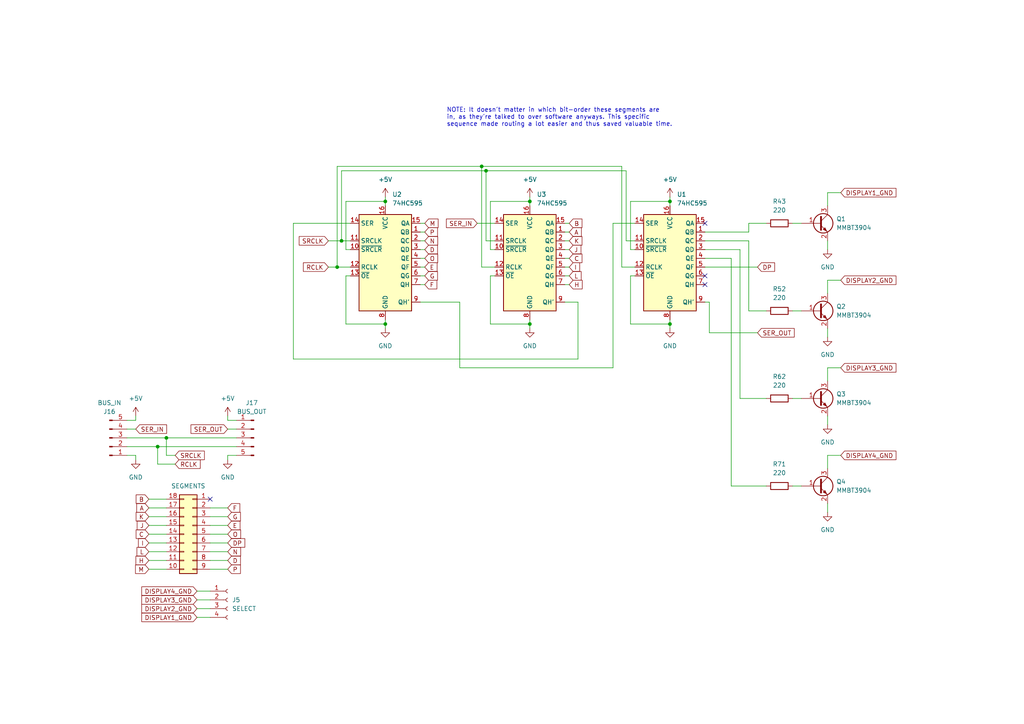
<source format=kicad_sch>
(kicad_sch (version 20230121) (generator eeschema)
  (paper "A4")
  (lib_symbols
    (symbol "74xx:74HC595"
      (property "Reference" "U" (at -7.62 13.97 0))
      (property "Value" "74HC595" (at -7.62 -16.51 0))
      (symbol "74HC595_1_0"
        (pin tri_state line (at 10.16 7.62 180) (length 2.54) (name "QB") (number "1"))
        (pin input line (at -10.16 2.54 0) (length 2.54) (name "~{SRCLR}") (number "10"))
        (pin input line (at -10.16 5.08 0) (length 2.54) (name "SRCLK") (number "11"))
        (pin input line (at -10.16 -2.54 0) (length 2.54) (name "RCLK") (number "12"))
        (pin input line (at -10.16 -5.08 0) (length 2.54) (name "~{OE}") (number "13"))
        (pin input line (at -10.16 10.16 0) (length 2.54) (name "SER") (number "14"))
        (pin tri_state line (at 10.16 10.16 180) (length 2.54) (name "QA") (number "15"))
        (pin power_in line (at 0 15.24 270) (length 2.54) (name "VCC") (number "16"))
        (pin tri_state line (at 10.16 5.08 180) (length 2.54) (name "QC") (number "2"))
        (pin tri_state line (at 10.16 2.54 180) (length 2.54) (name "QD") (number "3"))
        (pin tri_state line (at 10.16 0 180) (length 2.54) (name "QE") (number "4"))
        (pin tri_state line (at 10.16 -2.54 180) (length 2.54) (name "QF") (number "5"))
        (pin tri_state line (at 10.16 -5.08 180) (length 2.54) (name "QG") (number "6"))
        (pin tri_state line (at 10.16 -7.62 180) (length 2.54) (name "QH") (number "7"))
        (pin power_in line (at 0 -17.78 90) (length 2.54) (name "GND") (number "8"))
        (pin output line (at 10.16 -12.7 180) (length 2.54) (name "QH'") (number "9"))
      )
      (symbol "74HC595_1_1"
        (rectangle (start -7.62 12.7) (end 7.62 -15.24) (stroke (width 0.254)) (fill (type background)))
      )
    )
    (symbol "Connector:Conn_01x04_Socket" (pin_names (offset 1.016) hide)
      (property "Reference" "J" (at 0 5.08 0))
      (property "Value" "Conn_01x04_Socket" (at 0 -7.62 0))
      (symbol "Conn_01x04_Socket_1_1"
        (arc (start 0 -4.572) (mid -0.5058 -5.08) (end 0 -5.588) (stroke (width 0.1524)))
        (arc (start 0 -2.032) (mid -0.5058 -2.54) (end 0 -3.048) (stroke (width 0.1524)))
        (polyline (pts (xy -1.27 -5.08) (xy -0.508 -5.08)) (stroke (width 0.1524)))
        (polyline (pts (xy -1.27 -2.54) (xy -0.508 -2.54)) (stroke (width 0.1524)))
        (polyline (pts (xy -1.27 0) (xy -0.508 0)) (stroke (width 0.1524)))
        (polyline (pts (xy -1.27 2.54) (xy -0.508 2.54)) (stroke (width 0.1524)))
        (arc (start 0 0.508) (mid -0.5058 0) (end 0 -0.508) (stroke (width 0.1524)))
        (arc (start 0 3.048) (mid -0.5058 2.54) (end 0 2.032) (stroke (width 0.1524)))
        (pin passive line (at -5.08 2.54 0) (length 3.81) (name "Pin_1") (number "1"))
        (pin passive line (at -5.08 0 0) (length 3.81) (name "Pin_2") (number "2"))
        (pin passive line (at -5.08 -2.54 0) (length 3.81) (name "Pin_3") (number "3"))
        (pin passive line (at -5.08 -5.08 0) (length 3.81) (name "Pin_4") (number "4"))
      )
    )
    (symbol "Connector:Conn_01x05_Pin" (pin_names (offset 1.016) hide)
      (property "Reference" "J" (at 0 7.62 0))
      (property "Value" "Conn_01x05_Pin" (at 0 -7.62 0))
      (symbol "Conn_01x05_Pin_1_1"
        (polyline (pts (xy 1.27 -5.08) (xy 0.8636 -5.08)) (stroke (width 0.1524)))
        (polyline (pts (xy 1.27 -2.54) (xy 0.8636 -2.54)) (stroke (width 0.1524)))
        (polyline (pts (xy 1.27 0) (xy 0.8636 0)) (stroke (width 0.1524)))
        (polyline (pts (xy 1.27 2.54) (xy 0.8636 2.54)) (stroke (width 0.1524)))
        (polyline (pts (xy 1.27 5.08) (xy 0.8636 5.08)) (stroke (width 0.1524)))
        (rectangle (start 0.8636 -4.953) (end 0 -5.207) (stroke (width 0.1524)) (fill (type outline)))
        (rectangle (start 0.8636 -2.413) (end 0 -2.667) (stroke (width 0.1524)) (fill (type outline)))
        (rectangle (start 0.8636 0.127) (end 0 -0.127) (stroke (width 0.1524)) (fill (type outline)))
        (rectangle (start 0.8636 2.667) (end 0 2.413) (stroke (width 0.1524)) (fill (type outline)))
        (rectangle (start 0.8636 5.207) (end 0 4.953) (stroke (width 0.1524)) (fill (type outline)))
        (pin passive line (at 5.08 5.08 180) (length 3.81) (name "Pin_1") (number "1"))
        (pin passive line (at 5.08 2.54 180) (length 3.81) (name "Pin_2") (number "2"))
        (pin passive line (at 5.08 0 180) (length 3.81) (name "Pin_3") (number "3"))
        (pin passive line (at 5.08 -2.54 180) (length 3.81) (name "Pin_4") (number "4"))
        (pin passive line (at 5.08 -5.08 180) (length 3.81) (name "Pin_5") (number "5"))
      )
    )
    (symbol "Connector_Generic:Conn_02x09_Counter_Clockwise" (pin_names (offset 1.016) hide)
      (property "Reference" "J" (at 1.27 12.7 0))
      (property "Value" "Conn_02x09_Counter_Clockwise" (at 1.27 -12.7 0))
      (symbol "Conn_02x09_Counter_Clockwise_1_1"
        (rectangle (start -1.27 -10.033) (end 0 -10.287) (stroke (width 0.1524)))
        (rectangle (start -1.27 -7.493) (end 0 -7.747) (stroke (width 0.1524)))
        (rectangle (start -1.27 -4.953) (end 0 -5.207) (stroke (width 0.1524)))
        (rectangle (start -1.27 -2.413) (end 0 -2.667) (stroke (width 0.1524)))
        (rectangle (start -1.27 0.127) (end 0 -0.127) (stroke (width 0.1524)))
        (rectangle (start -1.27 2.667) (end 0 2.413) (stroke (width 0.1524)))
        (rectangle (start -1.27 5.207) (end 0 4.953) (stroke (width 0.1524)))
        (rectangle (start -1.27 7.747) (end 0 7.493) (stroke (width 0.1524)))
        (rectangle (start -1.27 10.287) (end 0 10.033) (stroke (width 0.1524)))
        (rectangle (start -1.27 11.43) (end 3.81 -11.43) (stroke (width 0.254)) (fill (type background)))
        (rectangle (start 3.81 -10.033) (end 2.54 -10.287) (stroke (width 0.1524)))
        (rectangle (start 3.81 -7.493) (end 2.54 -7.747) (stroke (width 0.1524)))
        (rectangle (start 3.81 -4.953) (end 2.54 -5.207) (stroke (width 0.1524)))
        (rectangle (start 3.81 -2.413) (end 2.54 -2.667) (stroke (width 0.1524)))
        (rectangle (start 3.81 0.127) (end 2.54 -0.127) (stroke (width 0.1524)))
        (rectangle (start 3.81 2.667) (end 2.54 2.413) (stroke (width 0.1524)))
        (rectangle (start 3.81 5.207) (end 2.54 4.953) (stroke (width 0.1524)))
        (rectangle (start 3.81 7.747) (end 2.54 7.493) (stroke (width 0.1524)))
        (rectangle (start 3.81 10.287) (end 2.54 10.033) (stroke (width 0.1524)))
        (pin passive line (at -5.08 10.16 0) (length 3.81) (name "Pin_1") (number "1"))
        (pin passive line (at 7.62 -10.16 180) (length 3.81) (name "Pin_10") (number "10"))
        (pin passive line (at 7.62 -7.62 180) (length 3.81) (name "Pin_11") (number "11"))
        (pin passive line (at 7.62 -5.08 180) (length 3.81) (name "Pin_12") (number "12"))
        (pin passive line (at 7.62 -2.54 180) (length 3.81) (name "Pin_13") (number "13"))
        (pin passive line (at 7.62 0 180) (length 3.81) (name "Pin_14") (number "14"))
        (pin passive line (at 7.62 2.54 180) (length 3.81) (name "Pin_15") (number "15"))
        (pin passive line (at 7.62 5.08 180) (length 3.81) (name "Pin_16") (number "16"))
        (pin passive line (at 7.62 7.62 180) (length 3.81) (name "Pin_17") (number "17"))
        (pin passive line (at 7.62 10.16 180) (length 3.81) (name "Pin_18") (number "18"))
        (pin passive line (at -5.08 7.62 0) (length 3.81) (name "Pin_2") (number "2"))
        (pin passive line (at -5.08 5.08 0) (length 3.81) (name "Pin_3") (number "3"))
        (pin passive line (at -5.08 2.54 0) (length 3.81) (name "Pin_4") (number "4"))
        (pin passive line (at -5.08 0 0) (length 3.81) (name "Pin_5") (number "5"))
        (pin passive line (at -5.08 -2.54 0) (length 3.81) (name "Pin_6") (number "6"))
        (pin passive line (at -5.08 -5.08 0) (length 3.81) (name "Pin_7") (number "7"))
        (pin passive line (at -5.08 -7.62 0) (length 3.81) (name "Pin_8") (number "8"))
        (pin passive line (at -5.08 -10.16 0) (length 3.81) (name "Pin_9") (number "9"))
      )
    )
    (symbol "Device:R" (pin_numbers hide) (pin_names (offset 0))
      (property "Reference" "R" (at 2.032 0 90))
      (property "Value" "R" (at 0 0 90))
      (symbol "R_0_1"
        (rectangle (start -1.016 -2.54) (end 1.016 2.54) (stroke (width 0.254)))
      )
      (symbol "R_1_1"
        (pin passive line (at 0 3.81 270) (length 1.27) (name "~") (number "1"))
        (pin passive line (at 0 -3.81 90) (length 1.27) (name "~") (number "2"))
      )
    )
    (symbol "Transistor_BJT:MMBT3904" (pin_names (offset 0) hide)
      (property "Reference" "Q" (at 5.08 1.905 0))
      (property "Value" "MMBT3904" (at 5.08 0 0))
      (symbol "MMBT3904_0_1"
        (polyline (pts (xy 0.635 0.635) (xy 2.54 2.54)))
        (polyline (pts (xy 0.635 -0.635) (xy 2.54 -2.54) (xy 2.54 -2.54)))
        (polyline (pts (xy 0.635 1.905) (xy 0.635 -1.905) (xy 0.635 -1.905)) (stroke (width 0.508)))
        (polyline (pts (xy 1.27 -1.778) (xy 1.778 -1.27) (xy 2.286 -2.286) (xy 1.27 -1.778) (xy 1.27 -1.778)) (fill (type outline)))
        (circle (center 1.27 0) (radius 2.8194) (stroke (width 0.254)))
      )
      (symbol "MMBT3904_1_1"
        (pin input line (at -5.08 0 0) (length 5.715) (name "B") (number "1"))
        (pin passive line (at 2.54 -5.08 90) (length 2.54) (name "E") (number "2"))
        (pin passive line (at 2.54 5.08 270) (length 2.54) (name "C") (number "3"))
      )
    )
    (symbol "power:+5V" (power) (pin_names (offset 0))
      (property "Value" "+5V" (at 0 3.556 0))
      (symbol "+5V_0_1"
        (polyline (pts (xy -0.762 1.27) (xy 0 2.54)))
        (polyline (pts (xy 0 0) (xy 0 2.54)))
        (polyline (pts (xy 0 2.54) (xy 0.762 1.27)))
      )
      (symbol "+5V_1_1"
        (pin power_in line (at 0 0 90) (length 0) hide (name "+5V") (number "1"))
      )
    )
    (symbol "power:GND" (power) (pin_names (offset 0))
      (property "Value" "GND" (at 0 -3.81 0))
      (symbol "GND_0_1"
        (polyline (pts (xy 0 0) (xy 0 -1.27) (xy 1.27 -1.27) (xy 0 -2.54) (xy -1.27 -1.27) (xy 0 -1.27)))
      )
      (symbol "GND_1_1"
        (pin power_in line (at 0 0 270) (length 0) hide (name "GND") (number "1"))
      )
    )
  )
  (junction (at 97.79 77.47))
  (junction (at 153.67 58.42))
  (junction (at 111.76 58.42))
  (junction (at 194.31 58.42))
  (junction (at 45.72 129.54))
  (junction (at 99.06 69.85))
  (junction (at 48.26 127))
  (junction (at 140.97 49.53))
  (junction (at 111.76 93.98))
  (junction (at 139.7 48.26))
  (junction (at 194.31 93.98))
  (junction (at 153.67 93.98))
  (no_connect (at 60.96 144.78))
  (no_connect (at 204.47 82.55))
  (no_connect (at 204.47 64.77))
  (no_connect (at 204.47 80.01))
  (wire (pts (xy 100.33 58.42) (xy 111.76 58.42)))
  (wire (pts (xy 139.7 77.47) (xy 143.51 77.47)))
  (wire (pts (xy 217.17 90.17) (xy 222.25 90.17)))
  (wire (pts (xy 121.92 67.31) (xy 123.19 67.31)))
  (wire (pts (xy 48.26 132.08) (xy 48.26 127)))
  (wire (pts (xy 182.88 72.39) (xy 182.88 58.42)))
  (wire (pts (xy 99.06 49.53) (xy 99.06 69.85)))
  (wire (pts (xy 204.47 77.47) (xy 219.71 77.47)))
  (wire (pts (xy 182.88 58.42) (xy 194.31 58.42)))
  (wire (pts (xy 204.47 67.31) (xy 217.17 67.31)))
  (wire (pts (xy 142.24 58.42) (xy 153.67 58.42)))
  (wire (pts (xy 111.76 58.42) (xy 111.76 59.69)))
  (wire (pts (xy 36.83 124.46) (xy 39.37 124.46)))
  (wire (pts (xy 39.37 121.92) (xy 39.37 120.65)))
  (wire (pts (xy 43.18 152.4) (xy 48.26 152.4)))
  (wire (pts (xy 66.04 120.65) (xy 66.04 121.92)))
  (wire (pts (xy 45.72 129.54) (xy 68.58 129.54)))
  (wire (pts (xy 217.17 67.31) (xy 217.17 64.77)))
  (wire (pts (xy 85.09 104.14) (xy 85.09 64.77)))
  (wire (pts (xy 182.88 93.98) (xy 194.31 93.98)))
  (wire (pts (xy 153.67 57.15) (xy 153.67 58.42)))
  (wire (pts (xy 163.83 64.77) (xy 165.1 64.77)))
  (wire (pts (xy 217.17 64.77) (xy 222.25 64.77)))
  (wire (pts (xy 212.09 140.97) (xy 212.09 74.93)))
  (wire (pts (xy 111.76 57.15) (xy 111.76 58.42)))
  (wire (pts (xy 60.96 162.56) (xy 66.04 162.56)))
  (wire (pts (xy 100.33 72.39) (xy 100.33 58.42)))
  (wire (pts (xy 43.18 144.78) (xy 48.26 144.78)))
  (wire (pts (xy 43.18 165.1) (xy 48.26 165.1)))
  (wire (pts (xy 163.83 82.55) (xy 165.1 82.55)))
  (wire (pts (xy 142.24 93.98) (xy 153.67 93.98)))
  (wire (pts (xy 182.88 80.01) (xy 182.88 93.98)))
  (wire (pts (xy 66.04 132.08) (xy 68.58 132.08)))
  (wire (pts (xy 121.92 64.77) (xy 123.19 64.77)))
  (wire (pts (xy 229.87 115.57) (xy 232.41 115.57)))
  (wire (pts (xy 139.7 48.26) (xy 139.7 77.47)))
  (wire (pts (xy 240.03 146.05) (xy 240.03 148.59)))
  (wire (pts (xy 99.06 69.85) (xy 101.6 69.85)))
  (wire (pts (xy 194.31 58.42) (xy 194.31 59.69)))
  (wire (pts (xy 212.09 74.93) (xy 204.47 74.93)))
  (wire (pts (xy 142.24 80.01) (xy 142.24 93.98)))
  (wire (pts (xy 143.51 69.85) (xy 140.97 69.85)))
  (wire (pts (xy 36.83 129.54) (xy 45.72 129.54)))
  (wire (pts (xy 48.26 127) (xy 68.58 127)))
  (wire (pts (xy 163.83 77.47) (xy 165.1 77.47)))
  (wire (pts (xy 222.25 140.97) (xy 212.09 140.97)))
  (wire (pts (xy 60.96 152.4) (xy 66.04 152.4)))
  (wire (pts (xy 138.43 64.77) (xy 143.51 64.77)))
  (wire (pts (xy 43.18 162.56) (xy 48.26 162.56)))
  (wire (pts (xy 243.84 132.08) (xy 240.03 132.08)))
  (wire (pts (xy 97.79 77.47) (xy 97.79 48.26)))
  (wire (pts (xy 180.34 48.26) (xy 139.7 48.26)))
  (wire (pts (xy 43.18 147.32) (xy 48.26 147.32)))
  (wire (pts (xy 217.17 69.85) (xy 217.17 90.17)))
  (wire (pts (xy 60.96 165.1) (xy 66.04 165.1)))
  (wire (pts (xy 85.09 64.77) (xy 101.6 64.77)))
  (wire (pts (xy 229.87 140.97) (xy 232.41 140.97)))
  (wire (pts (xy 121.92 77.47) (xy 123.19 77.47)))
  (wire (pts (xy 50.8 132.08) (xy 48.26 132.08)))
  (wire (pts (xy 240.03 95.25) (xy 240.03 97.79)))
  (wire (pts (xy 133.35 87.63) (xy 133.35 106.68)))
  (wire (pts (xy 121.92 80.01) (xy 123.19 80.01)))
  (wire (pts (xy 60.96 160.02) (xy 66.04 160.02)))
  (wire (pts (xy 45.72 134.62) (xy 45.72 129.54)))
  (wire (pts (xy 36.83 121.92) (xy 39.37 121.92)))
  (wire (pts (xy 184.15 80.01) (xy 182.88 80.01)))
  (wire (pts (xy 121.92 69.85) (xy 123.19 69.85)))
  (wire (pts (xy 240.03 81.28) (xy 240.03 85.09)))
  (wire (pts (xy 101.6 72.39) (xy 100.33 72.39)))
  (wire (pts (xy 167.64 87.63) (xy 167.64 104.14)))
  (wire (pts (xy 101.6 80.01) (xy 100.33 80.01)))
  (wire (pts (xy 243.84 81.28) (xy 240.03 81.28)))
  (wire (pts (xy 153.67 93.98) (xy 153.67 95.25)))
  (wire (pts (xy 142.24 72.39) (xy 142.24 58.42)))
  (wire (pts (xy 121.92 72.39) (xy 123.19 72.39)))
  (wire (pts (xy 181.61 69.85) (xy 181.61 49.53)))
  (wire (pts (xy 57.15 173.99) (xy 60.96 173.99)))
  (wire (pts (xy 57.15 171.45) (xy 60.96 171.45)))
  (wire (pts (xy 66.04 121.92) (xy 68.58 121.92)))
  (wire (pts (xy 163.83 69.85) (xy 165.1 69.85)))
  (wire (pts (xy 36.83 127) (xy 48.26 127)))
  (wire (pts (xy 194.31 92.71) (xy 194.31 93.98)))
  (wire (pts (xy 60.96 149.86) (xy 66.04 149.86)))
  (wire (pts (xy 184.15 72.39) (xy 182.88 72.39)))
  (wire (pts (xy 204.47 69.85) (xy 217.17 69.85)))
  (wire (pts (xy 163.83 80.01) (xy 165.1 80.01)))
  (wire (pts (xy 111.76 93.98) (xy 111.76 95.25)))
  (wire (pts (xy 163.83 72.39) (xy 165.1 72.39)))
  (wire (pts (xy 243.84 55.88) (xy 240.03 55.88)))
  (wire (pts (xy 143.51 72.39) (xy 142.24 72.39)))
  (wire (pts (xy 60.96 147.32) (xy 66.04 147.32)))
  (wire (pts (xy 163.83 74.93) (xy 165.1 74.93)))
  (wire (pts (xy 66.04 133.35) (xy 66.04 132.08)))
  (wire (pts (xy 153.67 92.71) (xy 153.67 93.98)))
  (wire (pts (xy 184.15 69.85) (xy 181.61 69.85)))
  (wire (pts (xy 177.8 106.68) (xy 177.8 64.77)))
  (wire (pts (xy 181.61 49.53) (xy 140.97 49.53)))
  (wire (pts (xy 60.96 154.94) (xy 66.04 154.94)))
  (wire (pts (xy 214.63 115.57) (xy 222.25 115.57)))
  (wire (pts (xy 43.18 154.94) (xy 48.26 154.94)))
  (wire (pts (xy 240.03 120.65) (xy 240.03 123.19)))
  (wire (pts (xy 101.6 77.47) (xy 97.79 77.47)))
  (wire (pts (xy 243.84 106.68) (xy 240.03 106.68)))
  (wire (pts (xy 50.8 134.62) (xy 45.72 134.62)))
  (wire (pts (xy 153.67 58.42) (xy 153.67 59.69)))
  (wire (pts (xy 140.97 69.85) (xy 140.97 49.53)))
  (wire (pts (xy 240.03 132.08) (xy 240.03 135.89)))
  (wire (pts (xy 111.76 92.71) (xy 111.76 93.98)))
  (wire (pts (xy 205.74 96.52) (xy 219.71 96.52)))
  (wire (pts (xy 121.92 74.93) (xy 123.19 74.93)))
  (wire (pts (xy 57.15 179.07) (xy 60.96 179.07)))
  (wire (pts (xy 240.03 69.85) (xy 240.03 72.39)))
  (wire (pts (xy 100.33 93.98) (xy 111.76 93.98)))
  (wire (pts (xy 43.18 157.48) (xy 48.26 157.48)))
  (wire (pts (xy 184.15 77.47) (xy 180.34 77.47)))
  (wire (pts (xy 43.18 160.02) (xy 48.26 160.02)))
  (wire (pts (xy 66.04 124.46) (xy 68.58 124.46)))
  (wire (pts (xy 95.25 77.47) (xy 97.79 77.47)))
  (wire (pts (xy 95.25 69.85) (xy 99.06 69.85)))
  (wire (pts (xy 143.51 80.01) (xy 142.24 80.01)))
  (wire (pts (xy 240.03 106.68) (xy 240.03 110.49)))
  (wire (pts (xy 121.92 87.63) (xy 133.35 87.63)))
  (wire (pts (xy 100.33 80.01) (xy 100.33 93.98)))
  (wire (pts (xy 205.74 87.63) (xy 205.74 96.52)))
  (wire (pts (xy 204.47 72.39) (xy 214.63 72.39)))
  (wire (pts (xy 194.31 57.15) (xy 194.31 58.42)))
  (wire (pts (xy 167.64 104.14) (xy 85.09 104.14)))
  (wire (pts (xy 194.31 93.98) (xy 194.31 95.25)))
  (wire (pts (xy 240.03 55.88) (xy 240.03 59.69)))
  (wire (pts (xy 121.92 82.55) (xy 123.19 82.55)))
  (wire (pts (xy 204.47 87.63) (xy 205.74 87.63)))
  (wire (pts (xy 57.15 176.53) (xy 60.96 176.53)))
  (wire (pts (xy 39.37 132.08) (xy 39.37 133.35)))
  (wire (pts (xy 180.34 77.47) (xy 180.34 48.26)))
  (wire (pts (xy 229.87 64.77) (xy 232.41 64.77)))
  (wire (pts (xy 43.18 149.86) (xy 48.26 149.86)))
  (wire (pts (xy 163.83 67.31) (xy 165.1 67.31)))
  (wire (pts (xy 163.83 87.63) (xy 167.64 87.63)))
  (wire (pts (xy 214.63 72.39) (xy 214.63 115.57)))
  (wire (pts (xy 36.83 132.08) (xy 39.37 132.08)))
  (wire (pts (xy 177.8 64.77) (xy 184.15 64.77)))
  (wire (pts (xy 140.97 49.53) (xy 99.06 49.53)))
  (wire (pts (xy 60.96 157.48) (xy 66.04 157.48)))
  (wire (pts (xy 133.35 106.68) (xy 177.8 106.68)))
  (wire (pts (xy 97.79 48.26) (xy 139.7 48.26)))
  (wire (pts (xy 229.87 90.17) (xy 232.41 90.17)))
  (text "NOTE: It doesn't matter in which bit-order these segments are\nin, as they're talked to over software anyways. This specific\nsequence made routing a lot easier and thus saved valuable time." (at 129.54 36.83 0) (effects (font (size 1.27 1.27)) (justify left bottom)))
  (global_label "I" (shape input) (at 165.1 77.47 0) (property "Intersheetrefs" "${INTERSHEET_REFS}" (effects hide)))
  (global_label "SER_OUT" (shape input) (at 219.71 96.52 0) (property "Intersheetrefs" "${INTERSHEET_REFS}" (effects hide)))
  (global_label "SER_IN" (shape input) (at 39.37 124.46 0) (property "Intersheetrefs" "${INTERSHEET_REFS}" (effects hide)))
  (global_label "K" (shape input) (at 165.1 69.85 0) (property "Intersheetrefs" "${INTERSHEET_REFS}" (effects hide)))
  (global_label "N" (shape input) (at 123.19 69.85 0) (property "Intersheetrefs" "${INTERSHEET_REFS}" (effects hide)))
  (global_label "O" (shape input) (at 123.19 74.93 0) (property "Intersheetrefs" "${INTERSHEET_REFS}" (effects hide)))
  (global_label "DISPLAY3_GND" (shape input) (at 57.15 173.99 180) (property "Intersheetrefs" "${INTERSHEET_REFS}" (effects hide)))
  (global_label "P" (shape input) (at 123.19 67.31 0) (property "Intersheetrefs" "${INTERSHEET_REFS}" (effects hide)))
  (global_label "D" (shape input) (at 66.04 162.56 0) (property "Intersheetrefs" "${INTERSHEET_REFS}" (effects hide)))
  (global_label "C" (shape input) (at 43.18 154.94 180) (property "Intersheetrefs" "${INTERSHEET_REFS}" (effects hide)))
  (global_label "DP" (shape input) (at 219.71 77.47 0) (property "Intersheetrefs" "${INTERSHEET_REFS}" (effects hide)))
  (global_label "J" (shape input) (at 43.18 152.4 180) (property "Intersheetrefs" "${INTERSHEET_REFS}" (effects hide)))
  (global_label "D" (shape input) (at 123.19 72.39 0) (property "Intersheetrefs" "${INTERSHEET_REFS}" (effects hide)))
  (global_label "DISPLAY2_GND" (shape input) (at 57.15 176.53 180) (property "Intersheetrefs" "${INTERSHEET_REFS}" (effects hide)))
  (global_label "L" (shape input) (at 43.18 160.02 180) (property "Intersheetrefs" "${INTERSHEET_REFS}" (effects hide)))
  (global_label "SER_IN" (shape input) (at 138.43 64.77 180) (property "Intersheetrefs" "${INTERSHEET_REFS}" (effects hide)))
  (global_label "SRCLK" (shape input) (at 50.8 132.08 0) (property "Intersheetrefs" "${INTERSHEET_REFS}" (effects hide)))
  (global_label "N" (shape input) (at 66.04 160.02 0) (property "Intersheetrefs" "${INTERSHEET_REFS}" (effects hide)))
  (global_label "E" (shape input) (at 66.04 152.4 0) (property "Intersheetrefs" "${INTERSHEET_REFS}" (effects hide)))
  (global_label "G" (shape input) (at 66.04 149.86 0) (property "Intersheetrefs" "${INTERSHEET_REFS}" (effects hide)))
  (global_label "DISPLAY4_GND" (shape input) (at 57.15 171.45 180) (property "Intersheetrefs" "${INTERSHEET_REFS}" (effects hide)))
  (global_label "DISPLAY1_GND" (shape input) (at 243.84 55.88 0) (property "Intersheetrefs" "${INTERSHEET_REFS}" (effects hide)))
  (global_label "B" (shape input) (at 165.1 64.77 0) (property "Intersheetrefs" "${INTERSHEET_REFS}" (effects hide)))
  (global_label "M" (shape input) (at 43.18 165.1 180) (property "Intersheetrefs" "${INTERSHEET_REFS}" (effects hide)))
  (global_label "J" (shape input) (at 165.1 72.39 0) (property "Intersheetrefs" "${INTERSHEET_REFS}" (effects hide)))
  (global_label "DISPLAY4_GND" (shape input) (at 243.84 132.08 0) (property "Intersheetrefs" "${INTERSHEET_REFS}" (effects hide)))
  (global_label "M" (shape input) (at 123.19 64.77 0) (property "Intersheetrefs" "${INTERSHEET_REFS}" (effects hide)))
  (global_label "C" (shape input) (at 165.1 74.93 0) (property "Intersheetrefs" "${INTERSHEET_REFS}" (effects hide)))
  (global_label "F" (shape input) (at 66.04 147.32 0) (property "Intersheetrefs" "${INTERSHEET_REFS}" (effects hide)))
  (global_label "K" (shape input) (at 43.18 149.86 180) (property "Intersheetrefs" "${INTERSHEET_REFS}" (effects hide)))
  (global_label "E" (shape input) (at 123.19 77.47 0) (property "Intersheetrefs" "${INTERSHEET_REFS}" (effects hide)))
  (global_label "DP" (shape input) (at 66.04 157.48 0) (property "Intersheetrefs" "${INTERSHEET_REFS}" (effects hide)))
  (global_label "P" (shape input) (at 66.04 165.1 0) (property "Intersheetrefs" "${INTERSHEET_REFS}" (effects hide)))
  (global_label "F" (shape input) (at 123.19 82.55 0) (property "Intersheetrefs" "${INTERSHEET_REFS}" (effects hide)))
  (global_label "RCLK" (shape input) (at 50.8 134.62 0) (property "Intersheetrefs" "${INTERSHEET_REFS}" (effects hide)))
  (global_label "H" (shape input) (at 43.18 162.56 180) (property "Intersheetrefs" "${INTERSHEET_REFS}" (effects hide)))
  (global_label "A" (shape input) (at 43.18 147.32 180) (property "Intersheetrefs" "${INTERSHEET_REFS}" (effects hide)))
  (global_label "RCLK" (shape input) (at 95.25 77.47 180) (property "Intersheetrefs" "${INTERSHEET_REFS}" (effects hide)))
  (global_label "DISPLAY2_GND" (shape input) (at 243.84 81.28 0) (property "Intersheetrefs" "${INTERSHEET_REFS}" (effects hide)))
  (global_label "SER_OUT" (shape input) (at 66.04 124.46 180) (property "Intersheetrefs" "${INTERSHEET_REFS}" (effects hide)))
  (global_label "G" (shape input) (at 123.19 80.01 0) (property "Intersheetrefs" "${INTERSHEET_REFS}" (effects hide)))
  (global_label "B" (shape input) (at 43.18 144.78 180) (property "Intersheetrefs" "${INTERSHEET_REFS}" (effects hide)))
  (global_label "A" (shape input) (at 165.1 67.31 0) (property "Intersheetrefs" "${INTERSHEET_REFS}" (effects hide)))
  (global_label "SRCLK" (shape input) (at 95.25 69.85 180) (property "Intersheetrefs" "${INTERSHEET_REFS}" (effects hide)))
  (global_label "DISPLAY3_GND" (shape input) (at 243.84 106.68 0) (property "Intersheetrefs" "${INTERSHEET_REFS}" (effects hide)))
  (global_label "DISPLAY1_GND" (shape input) (at 57.15 179.07 180) (property "Intersheetrefs" "${INTERSHEET_REFS}" (effects hide)))
  (global_label "O" (shape input) (at 66.04 154.94 0) (property "Intersheetrefs" "${INTERSHEET_REFS}" (effects hide)))
  (global_label "H" (shape input) (at 165.1 82.55 0) (property "Intersheetrefs" "${INTERSHEET_REFS}" (effects hide)))
  (global_label "L" (shape input) (at 165.1 80.01 0) (property "Intersheetrefs" "${INTERSHEET_REFS}" (effects hide)))
  (global_label "I" (shape input) (at 43.18 157.48 180) (property "Intersheetrefs" "${INTERSHEET_REFS}" (effects hide)))
  (symbol (lib_id "Device:R") (at 226.06 115.57 90) (unit 1)
    (property "Reference" "R62" (at 226.06 109.22 90))
    (property "Value" "220" (at 226.06 111.76 90))
    (property "Footprint" "Resistor_SMD:R_0603_1608Metric" (effects hide))
  )
  (symbol (lib_id "power:+5V") (at 194.31 57.15 0) (unit 1)
    (property "Reference" "#PWR019" (effects hide))
    (property "Value" "+5V" (at 194.31 52.07 0))
  )
  (symbol (lib_id "Connector:Conn_01x05_Pin") (at 73.66 127 0) (mirror y) (unit 1)
    (property "Reference" "J17" (at 73.025 116.84 0))
    (property "Value" "BUS_OUT" (at 73.025 119.38 0))
    (property "Footprint" "CUSTOM_COMPONENTS:PinHeader_01x05_P2.54mm_Horizontal_SMDified" (effects hide))
  )
  (symbol (lib_id "power:GND") (at 240.03 123.19 0) (unit 1)
    (property "Reference" "#PWR023" (effects hide))
    (property "Value" "GND" (at 240.03 128.27 0))
  )
  (symbol (lib_id "power:+5V") (at 111.76 57.15 0) (unit 1)
    (property "Reference" "#PWR015" (effects hide))
    (property "Value" "+5V" (at 111.76 52.07 0))
  )
  (symbol (lib_id "Device:R") (at 226.06 90.17 90) (unit 1)
    (property "Reference" "R52" (at 226.06 83.82 90))
    (property "Value" "220" (at 226.06 86.36 90))
    (property "Footprint" "Resistor_SMD:R_0603_1608Metric" (effects hide))
  )
  (symbol (lib_id "power:GND") (at 240.03 148.59 0) (unit 1)
    (property "Reference" "#PWR024" (effects hide))
    (property "Value" "GND" (at 240.03 153.67 0))
  )
  (symbol (lib_id "power:GND") (at 39.37 133.35 0) (unit 1)
    (property "Reference" "#PWR012" (effects hide))
    (property "Value" "GND" (at 39.37 138.43 0))
  )
  (symbol (lib_id "Transistor_BJT:MMBT3904") (at 237.49 64.77 0) (unit 1)
    (property "Reference" "Q1" (at 242.57 63.5 0) (effects (justify left)))
    (property "Value" "MMBT3904" (at 242.57 66.04 0) (effects (justify left)))
    (property "Footprint" "Package_TO_SOT_SMD:SOT-23" (effects hide))
    (property "Datasheet" "https://www.onsemi.com/pdf/datasheet/pzt3904-d.pdf" (effects hide))
  )
  (symbol (lib_id "power:GND") (at 194.31 95.25 0) (unit 1)
    (property "Reference" "#PWR020" (effects hide))
    (property "Value" "GND" (at 194.31 100.33 0))
  )
  (symbol (lib_id "Transistor_BJT:MMBT3904") (at 237.49 115.57 0) (unit 1)
    (property "Reference" "Q3" (at 242.57 114.3 0) (effects (justify left)))
    (property "Value" "MMBT3904" (at 242.57 116.84 0) (effects (justify left)))
    (property "Footprint" "Package_TO_SOT_SMD:SOT-23" (effects hide))
    (property "Datasheet" "https://www.onsemi.com/pdf/datasheet/pzt3904-d.pdf" (effects hide))
  )
  (symbol (lib_id "power:GND") (at 66.04 133.35 0) (unit 1)
    (property "Reference" "#PWR014" (effects hide))
    (property "Value" "GND" (at 66.04 138.43 0))
  )
  (symbol (lib_id "74xx:74HC595") (at 194.31 74.93 0) (unit 1)
    (property "Reference" "U1" (at 196.3294 56.388 0) (effects (justify left)))
    (property "Value" "74HC595" (at 196.3294 58.928 0) (effects (justify left)))
    (property "Footprint" "Package_SO:SOIC-16_3.9x9.9mm_P1.27mm" (effects hide))
    (property "Datasheet" "http://www.ti.com/lit/ds/symlink/sn74hc595.pdf" (effects hide))
  )
  (symbol (lib_id "power:+5V") (at 153.67 57.15 0) (unit 1)
    (property "Reference" "#PWR017" (effects hide))
    (property "Value" "+5V" (at 153.67 52.07 0))
  )
  (symbol (lib_id "Device:R") (at 226.06 64.77 90) (unit 1)
    (property "Reference" "R43" (at 226.06 58.42 90))
    (property "Value" "220" (at 226.06 60.96 90))
    (property "Footprint" "Resistor_SMD:R_0603_1608Metric" (effects hide))
  )
  (symbol (lib_id "Connector_Generic:Conn_02x09_Counter_Clockwise") (at 55.88 154.94 0) (mirror y) (unit 1)
    (property "Reference" "J1" (effects hide))
    (property "Value" "SEGMENTS" (at 54.61 140.97 0))
    (property "Footprint" "Connector_PinSocket_2.54mm:PinSocket_2x09_P2.54mm_Vertical" (effects hide))
  )
  (symbol (lib_id "Connector:Conn_01x04_Socket") (at 66.04 173.99 0) (unit 1)
    (property "Reference" "J5" (at 67.31 173.99 0) (effects (justify left)))
    (property "Value" "SELECT" (at 67.31 176.53 0) (effects (justify left)))
    (property "Footprint" "Connector_PinHeader_2.54mm:PinHeader_1x04_P2.54mm_Vertical" (effects hide))
  )
  (symbol (lib_id "power:+5V") (at 66.04 120.65 0) (unit 1)
    (property "Reference" "#PWR013" (effects hide))
    (property "Value" "+5V" (at 66.04 115.57 0))
  )
  (symbol (lib_id "power:GND") (at 153.67 95.25 0) (unit 1)
    (property "Reference" "#PWR018" (effects hide))
    (property "Value" "GND" (at 153.67 100.33 0))
  )
  (symbol (lib_id "Device:R") (at 226.06 140.97 90) (unit 1)
    (property "Reference" "R71" (at 226.06 134.62 90))
    (property "Value" "220" (at 226.06 137.16 90))
    (property "Footprint" "Resistor_SMD:R_0603_1608Metric" (effects hide))
  )
  (symbol (lib_id "power:GND") (at 111.76 95.25 0) (unit 1)
    (property "Reference" "#PWR016" (effects hide))
    (property "Value" "GND" (at 111.76 100.33 0))
  )
  (symbol (lib_id "Connector:Conn_01x05_Pin") (at 31.75 127 0) (mirror x) (unit 1)
    (property "Reference" "J16" (at 31.75 119.38 0))
    (property "Value" "BUS_IN" (at 31.75 116.84 0))
    (property "Footprint" "CUSTOM_COMPONENTS:PinHeader_01x05_P2.54mm_Horizontal_SMDified" (effects hide))
  )
  (symbol (lib_id "Transistor_BJT:MMBT3904") (at 237.49 90.17 0) (unit 1)
    (property "Reference" "Q2" (at 242.57 88.9 0) (effects (justify left)))
    (property "Value" "MMBT3904" (at 242.57 91.44 0) (effects (justify left)))
    (property "Footprint" "Package_TO_SOT_SMD:SOT-23" (effects hide))
    (property "Datasheet" "https://www.onsemi.com/pdf/datasheet/pzt3904-d.pdf" (effects hide))
  )
  (symbol (lib_id "74xx:74HC595") (at 153.67 74.93 0) (unit 1)
    (property "Reference" "U3" (at 155.6894 56.388 0) (effects (justify left)))
    (property "Value" "74HC595" (at 155.6894 58.928 0) (effects (justify left)))
    (property "Footprint" "Package_SO:SOIC-16_3.9x9.9mm_P1.27mm" (effects hide))
    (property "Datasheet" "http://www.ti.com/lit/ds/symlink/sn74hc595.pdf" (effects hide))
  )
  (symbol (lib_id "power:+5V") (at 39.37 120.65 0) (unit 1)
    (property "Reference" "#PWR011" (effects hide))
    (property "Value" "+5V" (at 39.37 115.57 0))
  )
  (symbol (lib_id "74xx:74HC595") (at 111.76 74.93 0) (unit 1)
    (property "Reference" "U2" (at 113.7794 56.388 0) (effects (justify left)))
    (property "Value" "74HC595" (at 113.7794 58.928 0) (effects (justify left)))
    (property "Footprint" "Package_SO:SOIC-16_3.9x9.9mm_P1.27mm" (effects hide))
    (property "Datasheet" "http://www.ti.com/lit/ds/symlink/sn74hc595.pdf" (effects hide))
  )
  (symbol (lib_id "power:GND") (at 240.03 72.39 0) (unit 1)
    (property "Reference" "#PWR021" (effects hide))
    (property "Value" "GND" (at 240.03 77.47 0))
  )
  (symbol (lib_id "Transistor_BJT:MMBT3904") (at 237.49 140.97 0) (unit 1)
    (property "Reference" "Q4" (at 242.57 139.7 0) (effects (justify left)))
    (property "Value" "MMBT3904" (at 242.57 142.24 0) (effects (justify left)))
    (property "Footprint" "Package_TO_SOT_SMD:SOT-23" (effects hide))
    (property "Datasheet" "https://www.onsemi.com/pdf/datasheet/pzt3904-d.pdf" (effects hide))
  )
  (symbol (lib_id "power:GND") (at 240.03 97.79 0) (unit 1)
    (property "Reference" "#PWR022" (effects hide))
    (property "Value" "GND" (at 240.03 102.87 0))
  )
)
</source>
